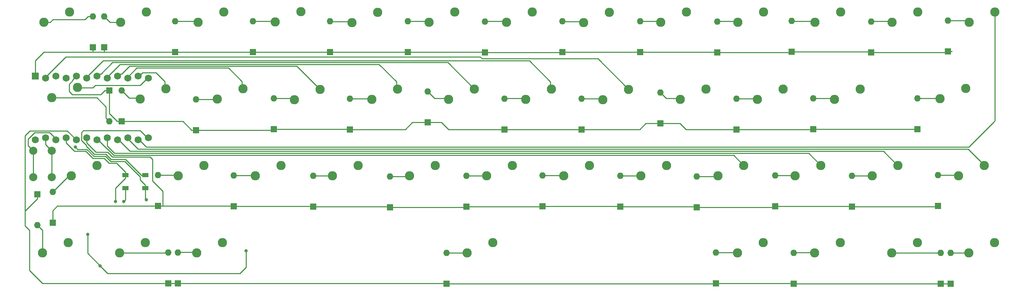
<source format=gtl>
G04 #@! TF.GenerationSoftware,KiCad,Pcbnew,(5.0.2)-1*
G04 #@! TF.CreationDate,2019-02-11T11:16:12-05:00*
G04 #@! TF.ProjectId,TG4x,54473478-2e6b-4696-9361-645f70636258,rev?*
G04 #@! TF.SameCoordinates,Original*
G04 #@! TF.FileFunction,Copper,L1,Top*
G04 #@! TF.FilePolarity,Positive*
%FSLAX46Y46*%
G04 Gerber Fmt 4.6, Leading zero omitted, Abs format (unit mm)*
G04 Created by KiCad (PCBNEW (5.0.2)-1) date 2/11/2019 11:16:12 AM*
%MOMM*%
%LPD*%
G01*
G04 APERTURE LIST*
G04 #@! TA.AperFunction,ComponentPad*
%ADD10C,2.000000*%
G04 #@! TD*
G04 #@! TA.AperFunction,ComponentPad*
%ADD11R,1.752600X1.752600*%
G04 #@! TD*
G04 #@! TA.AperFunction,ComponentPad*
%ADD12C,1.752600*%
G04 #@! TD*
G04 #@! TA.AperFunction,ComponentPad*
%ADD13C,2.286000*%
G04 #@! TD*
G04 #@! TA.AperFunction,ComponentPad*
%ADD14R,1.600000X1.600000*%
G04 #@! TD*
G04 #@! TA.AperFunction,ComponentPad*
%ADD15O,1.600000X1.600000*%
G04 #@! TD*
G04 #@! TA.AperFunction,SMDPad,CuDef*
%ADD16R,1.500000X1.000000*%
G04 #@! TD*
G04 #@! TA.AperFunction,ViaPad*
%ADD17C,0.800000*%
G04 #@! TD*
G04 #@! TA.AperFunction,Conductor*
%ADD18C,0.250000*%
G04 #@! TD*
G04 APERTURE END LIST*
D10*
G04 #@! TO.P,SW46,2*
G04 #@! TO.N,Net-(SW46-Pad2)*
X28520000Y-77914500D03*
G04 #@! TO.P,SW46,1*
G04 #@! TO.N,Net-(D46-Pad3)*
X33020000Y-77914500D03*
G04 #@! TO.P,SW46,2*
G04 #@! TO.N,Net-(SW46-Pad2)*
X28520000Y-84414500D03*
G04 #@! TO.P,SW46,1*
G04 #@! TO.N,Net-(D46-Pad3)*
X33020000Y-84414500D03*
G04 #@! TD*
D11*
G04 #@! TO.P,U1,1*
G04 #@! TO.N,Net-(D1-Pad1)*
X28956000Y-59461400D03*
D12*
G04 #@! TO.P,U1,2*
G04 #@! TO.N,Net-(SW26-Pad1)*
X31496000Y-59918600D03*
G04 #@! TO.P,U1,3*
G04 #@! TO.N,Net-(U1-Pad3)*
X34036000Y-59461400D03*
G04 #@! TO.P,U1,4*
G04 #@! TO.N,Net-(U1-Pad4)*
X36576000Y-59918600D03*
G04 #@! TO.P,U1,5*
G04 #@! TO.N,Net-(D11-Pad1)*
X39116000Y-59461400D03*
G04 #@! TO.P,U1,6*
G04 #@! TO.N,Net-(SW23-Pad1)*
X41656000Y-59918600D03*
G04 #@! TO.P,U1,7*
G04 #@! TO.N,Net-(SW19-Pad1)*
X44196000Y-59461400D03*
G04 #@! TO.P,U1,8*
G04 #@! TO.N,Net-(SW16-Pad1)*
X46736000Y-59918600D03*
G04 #@! TO.P,U1,9*
G04 #@! TO.N,Net-(SW13-Pad1)*
X49276000Y-59461400D03*
G04 #@! TO.P,U1,10*
G04 #@! TO.N,Net-(SW10-Pad1)*
X51816000Y-59918600D03*
G04 #@! TO.P,U1,11*
G04 #@! TO.N,Net-(SW5-Pad1)*
X54356000Y-59461400D03*
G04 #@! TO.P,U1,13*
G04 #@! TO.N,Net-(D46-Pad4)*
X56896000Y-74701400D03*
G04 #@! TO.P,U1,14*
G04 #@! TO.N,Net-(SW45-Pad1)*
X54356000Y-75158600D03*
G04 #@! TO.P,U1,15*
G04 #@! TO.N,Net-(SW41-Pad1)*
X51816000Y-74701400D03*
G04 #@! TO.P,U1,16*
G04 #@! TO.N,Net-(SW37-Pad1)*
X49276000Y-75158600D03*
G04 #@! TO.P,U1,17*
G04 #@! TO.N,Net-(SW33-Pad1)*
X46736000Y-74701400D03*
G04 #@! TO.P,U1,18*
G04 #@! TO.N,Net-(SW29-Pad1)*
X44196000Y-75158600D03*
G04 #@! TO.P,U1,19*
G04 #@! TO.N,Net-(D12-Pad1)*
X41656000Y-74701400D03*
G04 #@! TO.P,U1,20*
G04 #@! TO.N,Net-(D10-Pad1)*
X39116000Y-75158600D03*
G04 #@! TO.P,U1,21*
G04 #@! TO.N,Net-(D46-Pad1)*
X36576000Y-74701400D03*
G04 #@! TO.P,U1,22*
G04 #@! TO.N,Net-(SW46-Pad2)*
X34036000Y-75158600D03*
G04 #@! TO.P,U1,23*
G04 #@! TO.N,Net-(D46-Pad3)*
X31496000Y-74701400D03*
G04 #@! TO.P,U1,12*
G04 #@! TO.N,Net-(SW1-Pad1)*
X56896000Y-59918600D03*
G04 #@! TO.P,U1,24*
G04 #@! TO.N,Net-(U1-Pad24)*
X28956000Y-75158600D03*
G04 #@! TD*
D13*
G04 #@! TO.P,SW22,1*
G04 #@! TO.N,Net-(SW19-Pad1)*
X141986000Y-100584000D03*
G04 #@! TO.P,SW22,2*
G04 #@! TO.N,Net-(D22-Pad2)*
X135636000Y-103124000D03*
G04 #@! TD*
G04 #@! TO.P,SW11,1*
G04 #@! TO.N,Net-(SW10-Pad1)*
X80314800Y-62560200D03*
G04 #@! TO.P,SW11,2*
G04 #@! TO.N,Net-(D11-Pad2)*
X73964800Y-65100200D03*
G04 #@! TD*
G04 #@! TO.P,SW8,1*
G04 #@! TO.N,Net-(SW5-Pad1)*
X70612000Y-81534000D03*
G04 #@! TO.P,SW8,2*
G04 #@! TO.N,Net-(D8-Pad2)*
X64262000Y-84074000D03*
G04 #@! TD*
G04 #@! TO.P,SW7,1*
G04 #@! TO.N,Net-(SW5-Pad1)*
X61239400Y-62560200D03*
G04 #@! TO.P,SW7,2*
G04 #@! TO.N,Net-(D7-Pad2)*
X54889400Y-65100200D03*
G04 #@! TD*
G04 #@! TO.P,SW43,1*
G04 #@! TO.N,Net-(SW41-Pad1)*
X263398000Y-81534000D03*
G04 #@! TO.P,SW43,2*
G04 #@! TO.N,Net-(D43-Pad2)*
X257048000Y-84074000D03*
G04 #@! TD*
G04 #@! TO.P,SW42,1*
G04 #@! TO.N,Net-(SW41-Pad1)*
X258826000Y-62484000D03*
G04 #@! TO.P,SW42,2*
G04 #@! TO.N,Net-(D42-Pad2)*
X252476000Y-65024000D03*
G04 #@! TD*
G04 #@! TO.P,SW3,1*
G04 #@! TO.N,Net-(SW1-Pad1)*
X39370000Y-62230000D03*
G04 #@! TO.P,SW3,2*
G04 #@! TO.N,Net-(D3-Pad2)*
X33020000Y-64770000D03*
G04 #@! TD*
G04 #@! TO.P,SW4,2*
G04 #@! TO.N,Net-(D4-Pad2)*
X37846000Y-84074000D03*
G04 #@! TO.P,SW4,1*
G04 #@! TO.N,Net-(SW1-Pad1)*
X44196000Y-81534000D03*
G04 #@! TD*
G04 #@! TO.P,SW30,1*
G04 #@! TO.N,Net-(SW29-Pad1)*
X194640200Y-62661800D03*
G04 #@! TO.P,SW30,2*
G04 #@! TO.N,Net-(D30-Pad2)*
X188290200Y-65201800D03*
G04 #@! TD*
G04 #@! TO.P,SW12,1*
G04 #@! TO.N,Net-(SW10-Pad1)*
X89662000Y-81534000D03*
G04 #@! TO.P,SW12,2*
G04 #@! TO.N,Net-(D12-Pad2)*
X83312000Y-84074000D03*
G04 #@! TD*
G04 #@! TO.P,SW38,1*
G04 #@! TO.N,Net-(SW37-Pad1)*
X232740200Y-62661800D03*
G04 #@! TO.P,SW38,2*
G04 #@! TO.N,Net-(D38-Pad2)*
X226390200Y-65201800D03*
G04 #@! TD*
G04 #@! TO.P,SW2,1*
G04 #@! TO.N,Net-(SW1-Pad1)*
X37084000Y-100584000D03*
G04 #@! TO.P,SW2,2*
G04 #@! TO.N,Net-(D2-Pad2)*
X30734000Y-103124000D03*
G04 #@! TD*
G04 #@! TO.P,SW37,1*
G04 #@! TO.N,Net-(SW37-Pad1)*
X227965000Y-43586400D03*
G04 #@! TO.P,SW37,2*
G04 #@! TO.N,Net-(D37-Pad2)*
X221615000Y-46126400D03*
G04 #@! TD*
G04 #@! TO.P,SW20,1*
G04 #@! TO.N,Net-(SW19-Pad1)*
X137464800Y-62636400D03*
G04 #@! TO.P,SW20,2*
G04 #@! TO.N,Net-(D20-Pad2)*
X131114800Y-65176400D03*
G04 #@! TD*
G04 #@! TO.P,SW15,1*
G04 #@! TO.N,Net-(SW13-Pad1)*
X108712000Y-81534000D03*
G04 #@! TO.P,SW15,2*
G04 #@! TO.N,Net-(D15-Pad2)*
X102362000Y-84074000D03*
G04 #@! TD*
G04 #@! TO.P,SW14,1*
G04 #@! TO.N,Net-(SW13-Pad1)*
X99364800Y-62712600D03*
G04 #@! TO.P,SW14,2*
G04 #@! TO.N,Net-(D14-Pad2)*
X93014800Y-65252600D03*
G04 #@! TD*
G04 #@! TO.P,SW18,1*
G04 #@! TO.N,Net-(SW16-Pad1)*
X127762000Y-81534000D03*
G04 #@! TO.P,SW18,2*
G04 #@! TO.N,Net-(D18-Pad2)*
X121412000Y-84074000D03*
G04 #@! TD*
G04 #@! TO.P,SW21,1*
G04 #@! TO.N,Net-(SW19-Pad1)*
X146812000Y-81534000D03*
G04 #@! TO.P,SW21,2*
G04 #@! TO.N,Net-(D21-Pad2)*
X140462000Y-84074000D03*
G04 #@! TD*
G04 #@! TO.P,SW36,1*
G04 #@! TO.N,Net-(SW33-Pad1)*
X227838000Y-100584000D03*
G04 #@! TO.P,SW36,2*
G04 #@! TO.N,Net-(D36-Pad2)*
X221488000Y-103124000D03*
G04 #@! TD*
G04 #@! TO.P,SW19,1*
G04 #@! TO.N,Net-(SW19-Pad1)*
X132638800Y-43561000D03*
G04 #@! TO.P,SW19,2*
G04 #@! TO.N,Net-(D19-Pad2)*
X126288800Y-46101000D03*
G04 #@! TD*
G04 #@! TO.P,SW27,1*
G04 #@! TO.N,Net-(SW26-Pad1)*
X175564800Y-62687200D03*
G04 #@! TO.P,SW27,2*
G04 #@! TO.N,Net-(D27-Pad2)*
X169214800Y-65227200D03*
G04 #@! TD*
G04 #@! TO.P,SW40,1*
G04 #@! TO.N,Net-(SW37-Pad1)*
X246888000Y-100584000D03*
G04 #@! TO.P,SW40,2*
G04 #@! TO.N,Net-(D40-Pad2)*
X240538000Y-103124000D03*
G04 #@! TD*
G04 #@! TO.P,SW33,1*
G04 #@! TO.N,Net-(SW33-Pad1)*
X208915000Y-43586400D03*
G04 #@! TO.P,SW33,2*
G04 #@! TO.N,Net-(D33-Pad2)*
X202565000Y-46126400D03*
G04 #@! TD*
G04 #@! TO.P,SW9,1*
G04 #@! TO.N,Net-(SW10-Pad1)*
X75565000Y-43611800D03*
G04 #@! TO.P,SW9,2*
G04 #@! TO.N,Net-(D9-Pad2)*
X69215000Y-46151800D03*
G04 #@! TD*
G04 #@! TO.P,SW32,1*
G04 #@! TO.N,Net-(SW29-Pad1)*
X208788000Y-100584000D03*
G04 #@! TO.P,SW32,2*
G04 #@! TO.N,Net-(D32-Pad2)*
X202438000Y-103124000D03*
G04 #@! TD*
G04 #@! TO.P,SW17,1*
G04 #@! TO.N,Net-(SW16-Pad1)*
X118440200Y-62611000D03*
G04 #@! TO.P,SW17,2*
G04 #@! TO.N,Net-(D17-Pad2)*
X112090200Y-65151000D03*
G04 #@! TD*
G04 #@! TO.P,SW31,1*
G04 #@! TO.N,Net-(SW29-Pad1)*
X203962000Y-81534000D03*
G04 #@! TO.P,SW31,2*
G04 #@! TO.N,Net-(D31-Pad2)*
X197612000Y-84074000D03*
G04 #@! TD*
G04 #@! TO.P,SW16,1*
G04 #@! TO.N,Net-(SW16-Pad1)*
X113588800Y-43637200D03*
G04 #@! TO.P,SW16,2*
G04 #@! TO.N,Net-(D16-Pad2)*
X107238800Y-46177200D03*
G04 #@! TD*
G04 #@! TO.P,SW28,1*
G04 #@! TO.N,Net-(SW26-Pad1)*
X184912000Y-81534000D03*
G04 #@! TO.P,SW28,2*
G04 #@! TO.N,Net-(D28-Pad2)*
X178562000Y-84074000D03*
G04 #@! TD*
G04 #@! TO.P,SW10,1*
G04 #@! TO.N,Net-(SW10-Pad1)*
X75184000Y-100584000D03*
G04 #@! TO.P,SW10,2*
G04 #@! TO.N,Net-(D10-Pad2)*
X68834000Y-103124000D03*
G04 #@! TD*
G04 #@! TO.P,SW35,1*
G04 #@! TO.N,Net-(SW33-Pad1)*
X223012000Y-81534000D03*
G04 #@! TO.P,SW35,2*
G04 #@! TO.N,Net-(D35-Pad2)*
X216662000Y-84074000D03*
G04 #@! TD*
G04 #@! TO.P,SW24,1*
G04 #@! TO.N,Net-(SW23-Pad1)*
X156514800Y-62661800D03*
G04 #@! TO.P,SW24,2*
G04 #@! TO.N,Net-(D24-Pad2)*
X150164800Y-65201800D03*
G04 #@! TD*
G04 #@! TO.P,SW5,1*
G04 #@! TO.N,Net-(SW5-Pad1)*
X56438800Y-43611800D03*
G04 #@! TO.P,SW5,2*
G04 #@! TO.N,Net-(D5-Pad2)*
X50088800Y-46151800D03*
G04 #@! TD*
G04 #@! TO.P,SW13,1*
G04 #@! TO.N,Net-(SW13-Pad1)*
X94615000Y-43484800D03*
G04 #@! TO.P,SW13,2*
G04 #@! TO.N,Net-(D13-Pad2)*
X88265000Y-46024800D03*
G04 #@! TD*
G04 #@! TO.P,SW1,1*
G04 #@! TO.N,Net-(SW1-Pad1)*
X37414200Y-43561000D03*
G04 #@! TO.P,SW1,2*
G04 #@! TO.N,Net-(D1-Pad2)*
X31064200Y-46101000D03*
G04 #@! TD*
G04 #@! TO.P,SW26,1*
G04 #@! TO.N,Net-(SW26-Pad1)*
X170840400Y-43637200D03*
G04 #@! TO.P,SW26,2*
G04 #@! TO.N,Net-(D26-Pad2)*
X164490400Y-46177200D03*
G04 #@! TD*
G04 #@! TO.P,SW29,1*
G04 #@! TO.N,Net-(SW29-Pad1)*
X189839600Y-43561000D03*
G04 #@! TO.P,SW29,2*
G04 #@! TO.N,Net-(D29-Pad2)*
X183489600Y-46101000D03*
G04 #@! TD*
G04 #@! TO.P,SW41,1*
G04 #@! TO.N,Net-(SW41-Pad1)*
X247015000Y-43611800D03*
G04 #@! TO.P,SW41,2*
G04 #@! TO.N,Net-(D41-Pad2)*
X240665000Y-46151800D03*
G04 #@! TD*
G04 #@! TO.P,SW23,1*
G04 #@! TO.N,Net-(SW23-Pad1)*
X151739600Y-43586400D03*
G04 #@! TO.P,SW23,2*
G04 #@! TO.N,Net-(D23-Pad2)*
X145389600Y-46126400D03*
G04 #@! TD*
G04 #@! TO.P,SW25,1*
G04 #@! TO.N,Net-(SW23-Pad1)*
X165862000Y-81534000D03*
G04 #@! TO.P,SW25,2*
G04 #@! TO.N,Net-(D25-Pad2)*
X159512000Y-84074000D03*
G04 #@! TD*
G04 #@! TO.P,SW34,1*
G04 #@! TO.N,Net-(SW33-Pad1)*
X213690200Y-62611000D03*
G04 #@! TO.P,SW34,2*
G04 #@! TO.N,Net-(D34-Pad2)*
X207340200Y-65151000D03*
G04 #@! TD*
G04 #@! TO.P,SW39,1*
G04 #@! TO.N,Net-(SW37-Pad1)*
X242062000Y-81534000D03*
G04 #@! TO.P,SW39,2*
G04 #@! TO.N,Net-(D39-Pad2)*
X235712000Y-84074000D03*
G04 #@! TD*
G04 #@! TO.P,SW45,1*
G04 #@! TO.N,Net-(SW45-Pad1)*
X266090400Y-43611800D03*
G04 #@! TO.P,SW45,2*
G04 #@! TO.N,Net-(D45-Pad2)*
X259740400Y-46151800D03*
G04 #@! TD*
G04 #@! TO.P,SW44,1*
G04 #@! TO.N,Net-(SW41-Pad1)*
X265938000Y-100584000D03*
G04 #@! TO.P,SW44,2*
G04 #@! TO.N,Net-(D44-Pad2)*
X259588000Y-103124000D03*
G04 #@! TD*
G04 #@! TO.P,SW6,1*
G04 #@! TO.N,Net-(SW5-Pad1)*
X56134000Y-100584000D03*
G04 #@! TO.P,SW6,2*
G04 #@! TO.N,Net-(D6-Pad2)*
X49784000Y-103124000D03*
G04 #@! TD*
D14*
G04 #@! TO.P,D7,1*
G04 #@! TO.N,Net-(D11-Pad1)*
X50292000Y-70612000D03*
D15*
G04 #@! TO.P,D7,2*
G04 #@! TO.N,Net-(D7-Pad2)*
X50292000Y-62992000D03*
G04 #@! TD*
G04 #@! TO.P,D39,2*
G04 #@! TO.N,Net-(D39-Pad2)*
X230733600Y-84099400D03*
D14*
G04 #@! TO.P,D39,1*
G04 #@! TO.N,Net-(D12-Pad1)*
X230733600Y-91719400D03*
G04 #@! TD*
G04 #@! TO.P,D1,1*
G04 #@! TO.N,Net-(D1-Pad1)*
X43180000Y-52324000D03*
D15*
G04 #@! TO.P,D1,2*
G04 #@! TO.N,Net-(D1-Pad2)*
X43180000Y-44704000D03*
G04 #@! TD*
D14*
G04 #@! TO.P,D6,1*
G04 #@! TO.N,Net-(D10-Pad1)*
X61849000Y-110617000D03*
D15*
G04 #@! TO.P,D6,2*
G04 #@! TO.N,Net-(D6-Pad2)*
X61849000Y-102997000D03*
G04 #@! TD*
D14*
G04 #@! TO.P,D8,1*
G04 #@! TO.N,Net-(D12-Pad1)*
X59258200Y-91541600D03*
D15*
G04 #@! TO.P,D8,2*
G04 #@! TO.N,Net-(D8-Pad2)*
X59258200Y-83921600D03*
G04 #@! TD*
G04 #@! TO.P,D10,2*
G04 #@! TO.N,Net-(D10-Pad2)*
X64236600Y-102997000D03*
D14*
G04 #@! TO.P,D10,1*
G04 #@! TO.N,Net-(D10-Pad1)*
X64236600Y-110617000D03*
G04 #@! TD*
D15*
G04 #@! TO.P,D2,2*
G04 #@! TO.N,Net-(D2-Pad2)*
X29464000Y-96266000D03*
D14*
G04 #@! TO.P,D2,1*
G04 #@! TO.N,Net-(D10-Pad1)*
X29464000Y-88646000D03*
G04 #@! TD*
D15*
G04 #@! TO.P,D43,2*
G04 #@! TO.N,Net-(D43-Pad2)*
X251993400Y-83921600D03*
D14*
G04 #@! TO.P,D43,1*
G04 #@! TO.N,Net-(D12-Pad1)*
X251993400Y-91541600D03*
G04 #@! TD*
D15*
G04 #@! TO.P,D42,2*
G04 #@! TO.N,Net-(D42-Pad2)*
X246913400Y-64947800D03*
D14*
G04 #@! TO.P,D42,1*
G04 #@! TO.N,Net-(D11-Pad1)*
X246913400Y-72567800D03*
G04 #@! TD*
G04 #@! TO.P,D38,1*
G04 #@! TO.N,Net-(D11-Pad1)*
X221183200Y-72567800D03*
D15*
G04 #@! TO.P,D38,2*
G04 #@! TO.N,Net-(D38-Pad2)*
X221183200Y-64947800D03*
G04 #@! TD*
D14*
G04 #@! TO.P,D4,1*
G04 #@! TO.N,Net-(D12-Pad1)*
X33274000Y-95694500D03*
D15*
G04 #@! TO.P,D4,2*
G04 #@! TO.N,Net-(D4-Pad2)*
X33274000Y-88074500D03*
G04 #@! TD*
G04 #@! TO.P,D5,2*
G04 #@! TO.N,Net-(D5-Pad2)*
X45974000Y-44704000D03*
D14*
G04 #@! TO.P,D5,1*
G04 #@! TO.N,Net-(D1-Pad1)*
X45974000Y-52324000D03*
G04 #@! TD*
D15*
G04 #@! TO.P,D3,2*
G04 #@! TO.N,Net-(D3-Pad2)*
X47244000Y-70612000D03*
D14*
G04 #@! TO.P,D3,1*
G04 #@! TO.N,Net-(D11-Pad1)*
X47244000Y-62992000D03*
G04 #@! TD*
G04 #@! TO.P,D9,1*
G04 #@! TO.N,Net-(D1-Pad1)*
X63500000Y-53467000D03*
D15*
G04 #@! TO.P,D9,2*
G04 #@! TO.N,Net-(D9-Pad2)*
X63500000Y-45847000D03*
G04 #@! TD*
G04 #@! TO.P,D11,2*
G04 #@! TO.N,Net-(D11-Pad2)*
X68681600Y-65176400D03*
D14*
G04 #@! TO.P,D11,1*
G04 #@! TO.N,Net-(D11-Pad1)*
X68681600Y-72796400D03*
G04 #@! TD*
G04 #@! TO.P,D13,1*
G04 #@! TO.N,Net-(D1-Pad1)*
X82727800Y-53467000D03*
D15*
G04 #@! TO.P,D13,2*
G04 #@! TO.N,Net-(D13-Pad2)*
X82727800Y-45847000D03*
G04 #@! TD*
D14*
G04 #@! TO.P,D15,1*
G04 #@! TO.N,Net-(D12-Pad1)*
X97637600Y-91643200D03*
D15*
G04 #@! TO.P,D15,2*
G04 #@! TO.N,Net-(D15-Pad2)*
X97637600Y-84023200D03*
G04 #@! TD*
G04 #@! TO.P,D16,2*
G04 #@! TO.N,Net-(D16-Pad2)*
X101828600Y-45897800D03*
D14*
G04 #@! TO.P,D16,1*
G04 #@! TO.N,Net-(D1-Pad1)*
X101828600Y-53517800D03*
G04 #@! TD*
G04 #@! TO.P,D17,1*
G04 #@! TO.N,Net-(D11-Pad1)*
X106705400Y-72593200D03*
D15*
G04 #@! TO.P,D17,2*
G04 #@! TO.N,Net-(D17-Pad2)*
X106705400Y-64973200D03*
G04 #@! TD*
G04 #@! TO.P,D18,2*
G04 #@! TO.N,Net-(D18-Pad2)*
X116636800Y-84251800D03*
D14*
G04 #@! TO.P,D18,1*
G04 #@! TO.N,Net-(D12-Pad1)*
X116636800Y-91871800D03*
G04 #@! TD*
G04 #@! TO.P,D19,1*
G04 #@! TO.N,Net-(D1-Pad1)*
X121005600Y-53492400D03*
D15*
G04 #@! TO.P,D19,2*
G04 #@! TO.N,Net-(D19-Pad2)*
X121005600Y-45872400D03*
G04 #@! TD*
G04 #@! TO.P,D22,2*
G04 #@! TO.N,Net-(D22-Pad2)*
X130556000Y-103124000D03*
D14*
G04 #@! TO.P,D22,1*
G04 #@! TO.N,Net-(D10-Pad1)*
X130556000Y-110744000D03*
G04 #@! TD*
D15*
G04 #@! TO.P,D12,2*
G04 #@! TO.N,Net-(D12-Pad2)*
X78003400Y-83997800D03*
D14*
G04 #@! TO.P,D12,1*
G04 #@! TO.N,Net-(D12-Pad1)*
X78003400Y-91617800D03*
G04 #@! TD*
G04 #@! TO.P,D23,1*
G04 #@! TO.N,Net-(D1-Pad1)*
X140030200Y-53594000D03*
D15*
G04 #@! TO.P,D23,2*
G04 #@! TO.N,Net-(D23-Pad2)*
X140030200Y-45974000D03*
G04 #@! TD*
G04 #@! TO.P,D14,2*
G04 #@! TO.N,Net-(D14-Pad2)*
X87884000Y-64922400D03*
D14*
G04 #@! TO.P,D14,1*
G04 #@! TO.N,Net-(D11-Pad1)*
X87884000Y-72542400D03*
G04 #@! TD*
G04 #@! TO.P,D25,1*
G04 #@! TO.N,Net-(D12-Pad1)*
X154305000Y-91617800D03*
D15*
G04 #@! TO.P,D25,2*
G04 #@! TO.N,Net-(D25-Pad2)*
X154305000Y-83997800D03*
G04 #@! TD*
G04 #@! TO.P,D26,2*
G04 #@! TO.N,Net-(D26-Pad2)*
X159232600Y-45897800D03*
D14*
G04 #@! TO.P,D26,1*
G04 #@! TO.N,Net-(D1-Pad1)*
X159232600Y-53517800D03*
G04 #@! TD*
D15*
G04 #@! TO.P,D20,2*
G04 #@! TO.N,Net-(D20-Pad2)*
X125933200Y-63246000D03*
D14*
G04 #@! TO.P,D20,1*
G04 #@! TO.N,Net-(D11-Pad1)*
X125933200Y-70866000D03*
G04 #@! TD*
G04 #@! TO.P,D21,1*
G04 #@! TO.N,Net-(D12-Pad1)*
X135509000Y-91694000D03*
D15*
G04 #@! TO.P,D21,2*
G04 #@! TO.N,Net-(D21-Pad2)*
X135509000Y-84074000D03*
G04 #@! TD*
D14*
G04 #@! TO.P,D27,1*
G04 #@! TO.N,Net-(D11-Pad1)*
X163931600Y-72618600D03*
D15*
G04 #@! TO.P,D27,2*
G04 #@! TO.N,Net-(D27-Pad2)*
X163931600Y-64998600D03*
G04 #@! TD*
G04 #@! TO.P,D28,2*
G04 #@! TO.N,Net-(D28-Pad2)*
X173507400Y-84074000D03*
D14*
G04 #@! TO.P,D28,1*
G04 #@! TO.N,Net-(D12-Pad1)*
X173507400Y-91694000D03*
G04 #@! TD*
D15*
G04 #@! TO.P,D24,2*
G04 #@! TO.N,Net-(D24-Pad2)*
X144856200Y-64973200D03*
D14*
G04 #@! TO.P,D24,1*
G04 #@! TO.N,Net-(D11-Pad1)*
X144856200Y-72593200D03*
G04 #@! TD*
D15*
G04 #@! TO.P,D36,2*
G04 #@! TO.N,Net-(D36-Pad2)*
X216331800Y-103124000D03*
D14*
G04 #@! TO.P,D36,1*
G04 #@! TO.N,Net-(D10-Pad1)*
X216331800Y-110744000D03*
G04 #@! TD*
G04 #@! TO.P,D37,1*
G04 #@! TO.N,Net-(D1-Pad1)*
X215849200Y-53390800D03*
D15*
G04 #@! TO.P,D37,2*
G04 #@! TO.N,Net-(D37-Pad2)*
X215849200Y-45770800D03*
G04 #@! TD*
D14*
G04 #@! TO.P,D31,1*
G04 #@! TO.N,Net-(D12-Pad1)*
X192405000Y-91871800D03*
D15*
G04 #@! TO.P,D31,2*
G04 #@! TO.N,Net-(D31-Pad2)*
X192405000Y-84251800D03*
G04 #@! TD*
D14*
G04 #@! TO.P,D29,1*
G04 #@! TO.N,Net-(D1-Pad1)*
X178460400Y-53492400D03*
D15*
G04 #@! TO.P,D29,2*
G04 #@! TO.N,Net-(D29-Pad2)*
X178460400Y-45872400D03*
G04 #@! TD*
G04 #@! TO.P,D34,2*
G04 #@! TO.N,Net-(D34-Pad2)*
X202209400Y-64998600D03*
D14*
G04 #@! TO.P,D34,1*
G04 #@! TO.N,Net-(D11-Pad1)*
X202209400Y-72618600D03*
G04 #@! TD*
D15*
G04 #@! TO.P,D33,2*
G04 #@! TO.N,Net-(D33-Pad2)*
X197485000Y-45923200D03*
D14*
G04 #@! TO.P,D33,1*
G04 #@! TO.N,Net-(D1-Pad1)*
X197485000Y-53543200D03*
G04 #@! TD*
G04 #@! TO.P,D30,1*
G04 #@! TO.N,Net-(D11-Pad1)*
X183388000Y-71120000D03*
D15*
G04 #@! TO.P,D30,2*
G04 #@! TO.N,Net-(D30-Pad2)*
X183388000Y-63500000D03*
G04 #@! TD*
D14*
G04 #@! TO.P,D35,1*
G04 #@! TO.N,Net-(D12-Pad1)*
X211759800Y-91592400D03*
D15*
G04 #@! TO.P,D35,2*
G04 #@! TO.N,Net-(D35-Pad2)*
X211759800Y-83972400D03*
G04 #@! TD*
G04 #@! TO.P,D32,2*
G04 #@! TO.N,Net-(D32-Pad2)*
X197129400Y-102997000D03*
D14*
G04 #@! TO.P,D32,1*
G04 #@! TO.N,Net-(D10-Pad1)*
X197129400Y-110617000D03*
G04 #@! TD*
D16*
G04 #@! TO.P,D46,3*
G04 #@! TO.N,Net-(D46-Pad3)*
X56134000Y-87122000D03*
G04 #@! TO.P,D46,4*
G04 #@! TO.N,Net-(D46-Pad4)*
X56134000Y-83922000D03*
G04 #@! TO.P,D46,2*
G04 #@! TO.N,Net-(D46-Pad2)*
X51234000Y-87122000D03*
G04 #@! TO.P,D46,1*
G04 #@! TO.N,Net-(D46-Pad1)*
X51234000Y-83922000D03*
G04 #@! TD*
D14*
G04 #@! TO.P,D41,1*
G04 #@! TO.N,Net-(D1-Pad1)*
X235483400Y-53543200D03*
D15*
G04 #@! TO.P,D41,2*
G04 #@! TO.N,Net-(D41-Pad2)*
X235483400Y-45923200D03*
G04 #@! TD*
D14*
G04 #@! TO.P,D44,1*
G04 #@! TO.N,Net-(D10-Pad1)*
X255143000Y-110744000D03*
D15*
G04 #@! TO.P,D44,2*
G04 #@! TO.N,Net-(D44-Pad2)*
X255143000Y-103124000D03*
G04 #@! TD*
D14*
G04 #@! TO.P,D45,1*
G04 #@! TO.N,Net-(D1-Pad1)*
X254457200Y-53365400D03*
D15*
G04 #@! TO.P,D45,2*
G04 #@! TO.N,Net-(D45-Pad2)*
X254457200Y-45745400D03*
G04 #@! TD*
G04 #@! TO.P,D40,2*
G04 #@! TO.N,Net-(D40-Pad2)*
X252666500Y-103124000D03*
D14*
G04 #@! TO.P,D40,1*
G04 #@! TO.N,Net-(D10-Pad1)*
X252666500Y-110744000D03*
G04 #@! TD*
D17*
G04 #@! TO.N,Net-(D46-Pad3)*
X56388000Y-90030000D03*
X38862000Y-76962000D03*
G04 #@! TO.N,Net-(D46-Pad2)*
X50800000Y-90424000D03*
G04 #@! TO.N,Net-(D46-Pad1)*
X81026000Y-102616000D03*
X44984500Y-106299000D03*
X48768000Y-90424000D03*
X41910000Y-98552000D03*
G04 #@! TD*
D18*
G04 #@! TO.N,Net-(D1-Pad1)*
X63423800Y-53543200D02*
X63500000Y-53467000D01*
X63500000Y-53467000D02*
X82727800Y-53467000D01*
X101777800Y-53467000D02*
X101828600Y-53517800D01*
X82727800Y-53467000D02*
X101777800Y-53467000D01*
X120980200Y-53517800D02*
X121005600Y-53492400D01*
X101828600Y-53517800D02*
X120980200Y-53517800D01*
X139928600Y-53492400D02*
X140030200Y-53594000D01*
X121005600Y-53492400D02*
X139928600Y-53492400D01*
X159156400Y-53594000D02*
X159232600Y-53517800D01*
X140030200Y-53594000D02*
X159156400Y-53594000D01*
X178435000Y-53517800D02*
X178460400Y-53492400D01*
X159232600Y-53517800D02*
X178435000Y-53517800D01*
X197434200Y-53492400D02*
X197485000Y-53543200D01*
X178460400Y-53492400D02*
X197434200Y-53492400D01*
X215696800Y-53543200D02*
X215849200Y-53390800D01*
X197485000Y-53543200D02*
X215696800Y-53543200D01*
X215849200Y-53390800D02*
X235331000Y-53390800D01*
X255507200Y-53365400D02*
X254457200Y-53365400D01*
X235483400Y-53543200D02*
X254279400Y-53543200D01*
X254279400Y-53543200D02*
X254457200Y-53365400D01*
X235331000Y-53390800D02*
X235483400Y-53543200D01*
X45974000Y-53374000D02*
X45974000Y-52324000D01*
X46067000Y-53467000D02*
X45974000Y-53374000D01*
X63500000Y-53467000D02*
X46067000Y-53467000D01*
X31115000Y-53467000D02*
X28956000Y-55626000D01*
X28956000Y-59690000D02*
X28956000Y-55626000D01*
X43180000Y-52324000D02*
X43180000Y-53467000D01*
X46067000Y-53467000D02*
X43180000Y-53467000D01*
X43180000Y-53467000D02*
X31115000Y-53467000D01*
G04 #@! TO.N,Net-(D1-Pad2)*
X30505400Y-46151800D02*
X30810200Y-45847000D01*
X32680646Y-46101000D02*
X33315646Y-45466000D01*
X31064200Y-46101000D02*
X32680646Y-46101000D01*
X42048630Y-44704000D02*
X43180000Y-44704000D01*
X41286630Y-45466000D02*
X42048630Y-44704000D01*
X33315646Y-45466000D02*
X41286630Y-45466000D01*
G04 #@! TO.N,Net-(D10-Pad1)*
X197053200Y-110693200D02*
X197129400Y-110617000D01*
X216204800Y-110617000D02*
X216331800Y-110744000D01*
X197129400Y-110617000D02*
X216204800Y-110617000D01*
X217381800Y-110744000D02*
X235458000Y-110744000D01*
X216331800Y-110744000D02*
X217381800Y-110744000D01*
X254508000Y-110744000D02*
X254635000Y-110617000D01*
X235458000Y-110744000D02*
X254508000Y-110744000D01*
X130429000Y-110617000D02*
X130556000Y-110744000D01*
X64236600Y-110617000D02*
X130429000Y-110617000D01*
X197002400Y-110744000D02*
X197129400Y-110617000D01*
X130556000Y-110744000D02*
X197002400Y-110744000D01*
X26416000Y-96427000D02*
X26416000Y-95377000D01*
X27541001Y-97552001D02*
X26416000Y-96427000D01*
X26416000Y-74148109D02*
X26924000Y-73640109D01*
X26416000Y-95377000D02*
X26416000Y-74148109D01*
X27622500Y-72941609D02*
X26924000Y-73640109D01*
X26924000Y-73640109D02*
X26727990Y-73836119D01*
X64236600Y-110617000D02*
X61849000Y-110617000D01*
X27541001Y-103378000D02*
X27541001Y-107424001D01*
X27541001Y-103378000D02*
X27541001Y-97552001D01*
X27541001Y-103537001D02*
X27541001Y-103378000D01*
X30734000Y-110617000D02*
X32893000Y-110617000D01*
X27541001Y-107424001D02*
X30734000Y-110617000D01*
X61849000Y-110617000D02*
X32893000Y-110617000D01*
X32893000Y-110617000D02*
X32603998Y-110617000D01*
X26416000Y-92744000D02*
X26416000Y-96427000D01*
X29464000Y-89696000D02*
X26416000Y-92744000D01*
X29464000Y-88646000D02*
X29464000Y-89696000D01*
X36899009Y-72941609D02*
X39116000Y-75158600D01*
X27622500Y-72941609D02*
X36899009Y-72941609D01*
G04 #@! TO.N,Net-(D2-Pad2)*
X30734000Y-97536000D02*
X29464000Y-96266000D01*
X30734000Y-103124000D02*
X30734000Y-97536000D01*
G04 #@! TO.N,Net-(D3-Pad2)*
X33172400Y-64871600D02*
X33197800Y-64846200D01*
X46444001Y-69812001D02*
X46444001Y-67018001D01*
X47244000Y-70612000D02*
X46444001Y-69812001D01*
X44196000Y-64770000D02*
X33020000Y-64770000D01*
X46444001Y-67018001D02*
X44196000Y-64770000D01*
G04 #@! TO.N,Net-(D11-Pad1)*
X68351400Y-72466200D02*
X68681600Y-72796400D01*
X87630000Y-72796400D02*
X87884000Y-72542400D01*
X68681600Y-72796400D02*
X87630000Y-72796400D01*
X106654600Y-72542400D02*
X106705400Y-72593200D01*
X87884000Y-72542400D02*
X106654600Y-72542400D01*
X144830800Y-72618600D02*
X144856200Y-72593200D01*
X163906200Y-72593200D02*
X163931600Y-72618600D01*
X144856200Y-72593200D02*
X163906200Y-72593200D01*
X163931600Y-72618600D02*
X164981600Y-72618600D01*
X202209400Y-72618600D02*
X221132400Y-72618600D01*
X221183200Y-72567800D02*
X246913400Y-72567800D01*
X221132400Y-72618600D02*
X221183200Y-72567800D01*
X188239400Y-71120000D02*
X183388000Y-71120000D01*
X189738000Y-72618600D02*
X188239400Y-71120000D01*
X189738000Y-72618600D02*
X202209400Y-72618600D01*
X179806600Y-71120000D02*
X183388000Y-71120000D01*
X178308000Y-72618600D02*
X179806600Y-71120000D01*
X164981600Y-72618600D02*
X178308000Y-72618600D01*
X143806200Y-72593200D02*
X144856200Y-72593200D01*
X107755400Y-72593200D02*
X106705400Y-72593200D01*
X122123200Y-70866000D02*
X120396000Y-72593200D01*
X125933200Y-70866000D02*
X122123200Y-70866000D01*
X120396000Y-72593200D02*
X107755400Y-72593200D01*
X129336800Y-70866000D02*
X131064000Y-72593200D01*
X125933200Y-70866000D02*
X129336800Y-70866000D01*
X131064000Y-72593200D02*
X143806200Y-72593200D01*
X38239701Y-60337699D02*
X38239701Y-60566299D01*
X39116000Y-59461400D02*
X38239701Y-60337699D01*
X38239701Y-60566299D02*
X37338000Y-61468000D01*
X37338000Y-61468000D02*
X37338000Y-63246000D01*
X37338000Y-63246000D02*
X38100000Y-64008000D01*
X46194000Y-62992000D02*
X47244000Y-62992000D01*
X45178000Y-64008000D02*
X46194000Y-62992000D01*
X38100000Y-64008000D02*
X45178000Y-64008000D01*
X49242000Y-70612000D02*
X50292000Y-70612000D01*
X47244000Y-68614000D02*
X49242000Y-70612000D01*
X47244000Y-62992000D02*
X47244000Y-68614000D01*
X51342000Y-70612000D02*
X50292000Y-70612000D01*
X65447200Y-70612000D02*
X51342000Y-70612000D01*
X67631600Y-72796400D02*
X65447200Y-70612000D01*
X68681600Y-72796400D02*
X67631600Y-72796400D01*
G04 #@! TO.N,Net-(D4-Pad2)*
X37947600Y-83921600D02*
X37973000Y-83896200D01*
X37515800Y-83896200D02*
X37973000Y-83896200D01*
X37452300Y-83896200D02*
X37973000Y-83896200D01*
X33274000Y-88074500D02*
X37452300Y-83896200D01*
G04 #@! TO.N,Net-(D12-Pad1)*
X77927200Y-91541600D02*
X78003400Y-91617800D01*
X97612200Y-91617800D02*
X97637600Y-91643200D01*
X78003400Y-91617800D02*
X97612200Y-91617800D01*
X116408200Y-91643200D02*
X116636800Y-91871800D01*
X97637600Y-91643200D02*
X116408200Y-91643200D01*
X135331200Y-91871800D02*
X135509000Y-91694000D01*
X116636800Y-91871800D02*
X135331200Y-91871800D01*
X154228800Y-91694000D02*
X154305000Y-91617800D01*
X135509000Y-91694000D02*
X154228800Y-91694000D01*
X173431200Y-91617800D02*
X173507400Y-91694000D01*
X154305000Y-91617800D02*
X173431200Y-91617800D01*
X192227200Y-91694000D02*
X192405000Y-91871800D01*
X173507400Y-91694000D02*
X192227200Y-91694000D01*
X211480400Y-91871800D02*
X211759800Y-91592400D01*
X192405000Y-91871800D02*
X211480400Y-91871800D01*
X211759800Y-91592400D02*
X230606600Y-91592400D01*
X230606600Y-91592400D02*
X230733600Y-91719400D01*
X230733600Y-91719400D02*
X251815600Y-91719400D01*
X251815600Y-91719400D02*
X251993400Y-91541600D01*
X34408400Y-91541600D02*
X33274000Y-92676000D01*
X59258200Y-91541600D02*
X34408400Y-91541600D01*
X60452000Y-91541600D02*
X77927200Y-91541600D01*
X59258200Y-91541600D02*
X60452000Y-91541600D01*
X60452000Y-91541600D02*
X60452000Y-87884000D01*
X60452000Y-87884000D02*
X57912000Y-85344000D01*
X57912000Y-85344000D02*
X57912000Y-80010000D01*
X57912000Y-80010000D02*
X57346010Y-79444010D01*
X57346010Y-79444010D02*
X48073600Y-79444010D01*
X33274000Y-95694500D02*
X33274000Y-93281500D01*
X33274000Y-92676000D02*
X33274000Y-93281500D01*
X33274000Y-93281500D02*
X33274000Y-93726000D01*
X43947325Y-78232000D02*
X46861590Y-78232000D01*
X41656000Y-75940675D02*
X43947325Y-78232000D01*
X41656000Y-74701400D02*
X41656000Y-75940675D01*
X48073600Y-79444010D02*
X46861590Y-78232000D01*
G04 #@! TO.N,Net-(D5-Pad2)*
X47421800Y-46151800D02*
X45974000Y-44704000D01*
X50088800Y-46151800D02*
X47421800Y-46151800D01*
G04 #@! TO.N,Net-(D6-Pad2)*
X49784000Y-102997000D02*
X49847500Y-102933500D01*
X61722000Y-103124000D02*
X61849000Y-102997000D01*
X49784000Y-103124000D02*
X61722000Y-103124000D01*
G04 #@! TO.N,Net-(D7-Pad2)*
X52146200Y-64846200D02*
X54635400Y-64846200D01*
X50292000Y-62992000D02*
X52146200Y-64846200D01*
G04 #@! TO.N,Net-(D8-Pad2)*
X64109600Y-83921600D02*
X64160400Y-83870800D01*
X59258200Y-83921600D02*
X64109600Y-83921600D01*
G04 #@! TO.N,Net-(D9-Pad2)*
X63550800Y-45897800D02*
X63500000Y-45847000D01*
X68961000Y-45897800D02*
X63550800Y-45897800D01*
G04 #@! TO.N,Net-(D10-Pad2)*
X64287400Y-102946200D02*
X64236600Y-102997000D01*
X68910200Y-102946200D02*
X64287400Y-102946200D01*
G04 #@! TO.N,Net-(D11-Pad2)*
X73380600Y-65176400D02*
X73710800Y-64846200D01*
X68681600Y-65176400D02*
X73380600Y-65176400D01*
G04 #@! TO.N,Net-(D12-Pad2)*
X83134200Y-83997800D02*
X83235800Y-83896200D01*
X78003400Y-83997800D02*
X83134200Y-83997800D01*
G04 #@! TO.N,Net-(D13-Pad2)*
X87934800Y-45847000D02*
X88011000Y-45770800D01*
X82727800Y-45847000D02*
X87934800Y-45847000D01*
G04 #@! TO.N,Net-(D14-Pad2)*
X92684600Y-64922400D02*
X92760800Y-64998600D01*
X87884000Y-64922400D02*
X92684600Y-64922400D01*
G04 #@! TO.N,Net-(D15-Pad2)*
X102235000Y-84023200D02*
X102285800Y-83972400D01*
X97637600Y-84023200D02*
X102235000Y-84023200D01*
G04 #@! TO.N,Net-(D16-Pad2)*
X101854000Y-45923200D02*
X101828600Y-45897800D01*
X106984800Y-45923200D02*
X101854000Y-45923200D01*
G04 #@! TO.N,Net-(D17-Pad2)*
X111760000Y-64973200D02*
X111836200Y-64897000D01*
X106705400Y-64973200D02*
X111760000Y-64973200D01*
G04 #@! TO.N,Net-(D18-Pad2)*
X120929400Y-84251800D02*
X121310400Y-83870800D01*
X116636800Y-84251800D02*
X120929400Y-84251800D01*
G04 #@! TO.N,Net-(D19-Pad2)*
X121031000Y-45847000D02*
X121005600Y-45872400D01*
X126034800Y-45847000D02*
X121031000Y-45847000D01*
G04 #@! TO.N,Net-(D20-Pad2)*
X130784600Y-64998600D02*
X130860800Y-64922400D01*
X127609600Y-64922400D02*
X125933200Y-63246000D01*
X130860800Y-64922400D02*
X127609600Y-64922400D01*
G04 #@! TO.N,Net-(D21-Pad2)*
X140258800Y-84074000D02*
X140360400Y-83972400D01*
X135509000Y-84074000D02*
X140258800Y-84074000D01*
G04 #@! TO.N,Net-(D22-Pad2)*
X130606800Y-103073200D02*
X130556000Y-103124000D01*
X135128000Y-103073200D02*
X130606800Y-103073200D01*
G04 #@! TO.N,Net-(D23-Pad2)*
X140131800Y-45872400D02*
X140030200Y-45974000D01*
X145135600Y-45872400D02*
X140131800Y-45872400D01*
G04 #@! TO.N,Net-(D24-Pad2)*
X144881600Y-64947800D02*
X144856200Y-64973200D01*
X149910800Y-64947800D02*
X144881600Y-64947800D01*
G04 #@! TO.N,Net-(D25-Pad2)*
X159486600Y-83997800D02*
X159512000Y-83972400D01*
X154305000Y-83997800D02*
X159486600Y-83997800D01*
G04 #@! TO.N,Net-(D26-Pad2)*
X159258000Y-45923200D02*
X159232600Y-45897800D01*
X164236400Y-45923200D02*
X159258000Y-45923200D01*
G04 #@! TO.N,Net-(D27-Pad2)*
X168935400Y-64998600D02*
X168960800Y-64973200D01*
X163931600Y-64998600D02*
X168935400Y-64998600D01*
G04 #@! TO.N,Net-(D28-Pad2)*
X178485800Y-84074000D02*
X178562000Y-83997800D01*
X173507400Y-84074000D02*
X178485800Y-84074000D01*
G04 #@! TO.N,Net-(D29-Pad2)*
X178485800Y-45847000D02*
X178460400Y-45872400D01*
X183235600Y-45847000D02*
X178485800Y-45847000D01*
G04 #@! TO.N,Net-(D30-Pad2)*
X187985400Y-64998600D02*
X188036200Y-64947800D01*
X184835800Y-64947800D02*
X183388000Y-63500000D01*
X188036200Y-64947800D02*
X184835800Y-64947800D01*
G04 #@! TO.N,Net-(D31-Pad2)*
X197307200Y-84251800D02*
X197586600Y-83972400D01*
X192405000Y-84251800D02*
X197307200Y-84251800D01*
G04 #@! TO.N,Net-(D32-Pad2)*
X200755366Y-102997000D02*
X197129400Y-102997000D01*
X202311000Y-102997000D02*
X200755366Y-102997000D01*
G04 #@! TO.N,Net-(D33-Pad2)*
X197535800Y-45872400D02*
X197485000Y-45923200D01*
X202311000Y-45872400D02*
X197535800Y-45872400D01*
G04 #@! TO.N,Net-(D34-Pad2)*
X206984600Y-64998600D02*
X207086200Y-64897000D01*
X202209400Y-64998600D02*
X206984600Y-64998600D01*
G04 #@! TO.N,Net-(D35-Pad2)*
X216585800Y-83972400D02*
X216611200Y-83947000D01*
X211759800Y-83972400D02*
X216585800Y-83972400D01*
G04 #@! TO.N,Net-(D36-Pad2)*
X216408000Y-103047800D02*
X216331800Y-103124000D01*
X221310200Y-103047800D02*
X216408000Y-103047800D01*
G04 #@! TO.N,Net-(D37-Pad2)*
X215950800Y-45872400D02*
X215849200Y-45770800D01*
X221361000Y-45872400D02*
X215950800Y-45872400D01*
G04 #@! TO.N,Net-(D38-Pad2)*
X222314570Y-64947800D02*
X226136200Y-64947800D01*
X221183200Y-64947800D02*
X222314570Y-64947800D01*
G04 #@! TO.N,Net-(D39-Pad2)*
X230733600Y-84099400D02*
X235610400Y-84099400D01*
X235610400Y-84099400D02*
X235686600Y-84023200D01*
G04 #@! TO.N,Net-(D40-Pad2)*
X251535130Y-103124000D02*
X240538000Y-103124000D01*
X252666500Y-103124000D02*
X251535130Y-103124000D01*
G04 #@! TO.N,Net-(D41-Pad2)*
X235508800Y-45897800D02*
X235483400Y-45923200D01*
X240411000Y-45897800D02*
X235508800Y-45897800D01*
G04 #@! TO.N,Net-(D42-Pad2)*
X252298200Y-64947800D02*
X252323600Y-64922400D01*
X246913400Y-64947800D02*
X252298200Y-64947800D01*
G04 #@! TO.N,Net-(D43-Pad2)*
X251993400Y-83921600D02*
X257048000Y-83921600D01*
X257048000Y-83921600D02*
X257073400Y-83947000D01*
G04 #@! TO.N,Net-(D44-Pad2)*
X254660400Y-103022400D02*
X254635000Y-102997000D01*
X259588000Y-103124000D02*
X255143000Y-103124000D01*
G04 #@! TO.N,Net-(D45-Pad2)*
X259334000Y-45745400D02*
X259486400Y-45897800D01*
X254457200Y-45745400D02*
X259334000Y-45745400D01*
G04 #@! TO.N,Net-(SW1-Pad1)*
X37566600Y-42900600D02*
X37160200Y-43307000D01*
X43180000Y-62306200D02*
X39547800Y-62306200D01*
X43764200Y-61722000D02*
X43180000Y-62306200D01*
X54864000Y-61722000D02*
X43764200Y-61722000D01*
X56896000Y-59690000D02*
X54864000Y-61722000D01*
G04 #@! TO.N,Net-(SW5-Pad1)*
X60985400Y-60750566D02*
X60985400Y-62306200D01*
X58799833Y-58564999D02*
X60985400Y-60750566D01*
X55481001Y-58564999D02*
X58799833Y-58564999D01*
X54356000Y-59690000D02*
X55481001Y-58564999D01*
G04 #@! TO.N,Net-(SW10-Pad1)*
X80060800Y-60750566D02*
X76736274Y-57426040D01*
X80060800Y-62306200D02*
X80060800Y-60750566D01*
X54079960Y-57426040D02*
X51816000Y-59690000D01*
X76736274Y-57426040D02*
X54079960Y-57426040D01*
G04 #@! TO.N,Net-(SW13-Pad1)*
X50329999Y-58890001D02*
X52243970Y-56976030D01*
X49276000Y-59690000D02*
X50075999Y-58890001D01*
X50075999Y-58890001D02*
X50329999Y-58890001D01*
X93628230Y-56976030D02*
X99110800Y-62458600D01*
X52243970Y-56976030D02*
X93628230Y-56976030D01*
G04 #@! TO.N,Net-(SW16-Pad1)*
X49899980Y-56526020D02*
X46736000Y-59690000D01*
X113910854Y-56526020D02*
X49899980Y-56526020D01*
X118186200Y-62357000D02*
X118186200Y-60801366D01*
X118186200Y-60801366D02*
X113910854Y-56526020D01*
G04 #@! TO.N,Net-(SW19-Pad1)*
X45249999Y-58890001D02*
X48063990Y-56076010D01*
X44196000Y-59690000D02*
X44995999Y-58890001D01*
X44995999Y-58890001D02*
X45249999Y-58890001D01*
X130904410Y-56076010D02*
X137210800Y-62382400D01*
X48063990Y-56076010D02*
X130904410Y-56076010D01*
G04 #@! TO.N,Net-(SW23-Pad1)*
X156260800Y-60852166D02*
X151034634Y-55626000D01*
X156260800Y-62407800D02*
X156260800Y-60852166D01*
X45720000Y-55626000D02*
X41656000Y-59690000D01*
X151034634Y-55626000D02*
X45720000Y-55626000D01*
G04 #@! TO.N,Net-(SW26-Pad1)*
X35306000Y-55880000D02*
X31496000Y-59690000D01*
X36517799Y-54668201D02*
X35306000Y-55880000D01*
X138919399Y-54668201D02*
X36517799Y-54668201D01*
X139369198Y-55118000D02*
X138919399Y-54668201D01*
X167995600Y-55118000D02*
X139369198Y-55118000D01*
X175310800Y-62433200D02*
X167995600Y-55118000D01*
G04 #@! TO.N,Net-(SW29-Pad1)*
X46864410Y-77470000D02*
X48388410Y-78994000D01*
X201498200Y-78994000D02*
X203936600Y-81432400D01*
X48388410Y-78994000D02*
X201498200Y-78994000D01*
X46736000Y-77470000D02*
X44196000Y-74930000D01*
X46864410Y-77470000D02*
X46736000Y-77470000D01*
G04 #@! TO.N,Net-(SW33-Pad1)*
X46736000Y-76705180D02*
X46736000Y-74930000D01*
X48516820Y-78486000D02*
X46736000Y-76705180D01*
X222961200Y-81407000D02*
X220040200Y-78486000D01*
X220040200Y-78486000D02*
X48516820Y-78486000D01*
G04 #@! TO.N,Net-(SW37-Pad1)*
X242036600Y-81483200D02*
X238531400Y-77978000D01*
X52324000Y-77978000D02*
X49276000Y-74930000D01*
X55880000Y-77978000D02*
X52324000Y-77978000D01*
X238531400Y-77978000D02*
X55880000Y-77978000D01*
G04 #@! TO.N,Net-(SW41-Pad1)*
X259486400Y-77470000D02*
X263423400Y-81407000D01*
X54356000Y-77470000D02*
X51816000Y-74930000D01*
X56896000Y-77470000D02*
X54356000Y-77470000D01*
X56896000Y-77470000D02*
X259486400Y-77470000D01*
G04 #@! TO.N,Net-(SW45-Pad1)*
X56388000Y-76962000D02*
X54356000Y-74930000D01*
X58420000Y-76962000D02*
X56388000Y-76962000D01*
X259588000Y-76962000D02*
X58420000Y-76962000D01*
X266090400Y-70459600D02*
X265684000Y-70866000D01*
X266090400Y-43611800D02*
X266090400Y-70459600D01*
X265836400Y-70713600D02*
X265684000Y-70866000D01*
X265684000Y-70866000D02*
X259588000Y-76962000D01*
G04 #@! TO.N,Net-(D46-Pad3)*
X56134000Y-89776000D02*
X56388000Y-90030000D01*
X56134000Y-87122000D02*
X56134000Y-89776000D01*
X56134000Y-86372000D02*
X56134000Y-87122000D01*
X54864000Y-85102000D02*
X56134000Y-86372000D01*
X54864000Y-84328000D02*
X54864000Y-85102000D01*
X41713990Y-77527990D02*
X43434000Y-79248000D01*
X43434000Y-79248000D02*
X46310000Y-79248000D01*
X51054000Y-80518000D02*
X54864000Y-84328000D01*
X46310000Y-79248000D02*
X47580000Y-80518000D01*
X47580000Y-80518000D02*
X51054000Y-80518000D01*
X31242000Y-75184000D02*
X31496000Y-74930000D01*
X31496000Y-76390500D02*
X31496000Y-74930000D01*
X33020000Y-77914500D02*
X31496000Y-76390500D01*
X33020000Y-79328713D02*
X33020000Y-84414500D01*
X33020000Y-77914500D02*
X33020000Y-79328713D01*
X41713990Y-77527990D02*
X39427990Y-77527990D01*
X39427990Y-77527990D02*
X38862000Y-76962000D01*
X38862000Y-76962000D02*
X38862000Y-76962000D01*
G04 #@! TO.N,Net-(D46-Pad4)*
X54308999Y-83096999D02*
X55134000Y-83922000D01*
X55134000Y-83922000D02*
X56134000Y-83922000D01*
X54882210Y-72916210D02*
X40875790Y-72916210D01*
X47708410Y-80010000D02*
X51222000Y-80010000D01*
X51222000Y-80010000D02*
X55134000Y-83922000D01*
X40386000Y-75325002D02*
X41566008Y-76505010D01*
X40875790Y-72916210D02*
X40386000Y-73406000D01*
X40386000Y-73406000D02*
X40386000Y-75325002D01*
X56896000Y-74930000D02*
X54882210Y-72916210D01*
X43562410Y-78740000D02*
X46438410Y-78740000D01*
X41566008Y-76743598D02*
X43562410Y-78740000D01*
X41566008Y-76505010D02*
X41566008Y-76743598D01*
X46438410Y-78740000D02*
X47708410Y-80010000D01*
G04 #@! TO.N,Net-(D46-Pad2)*
X51234000Y-89990000D02*
X50800000Y-90424000D01*
X51234000Y-87122000D02*
X51234000Y-89990000D01*
G04 #@! TO.N,Net-(D46-Pad1)*
X51234000Y-83922000D02*
X50984000Y-83922000D01*
X81026000Y-102616000D02*
X81026000Y-102616000D01*
X74930000Y-108204000D02*
X79502000Y-108204000D01*
X74930000Y-108204000D02*
X75438000Y-108204000D01*
X47752000Y-108204000D02*
X74930000Y-108204000D01*
X81026000Y-106680000D02*
X81026000Y-102616000D01*
X79502000Y-108204000D02*
X81026000Y-106680000D01*
X47752000Y-108204000D02*
X46863000Y-108204000D01*
X46863000Y-108204000D02*
X44958000Y-106299000D01*
X49030010Y-80968010D02*
X51234000Y-83172000D01*
X47186010Y-80968010D02*
X49030010Y-80968010D01*
X51234000Y-83172000D02*
X51234000Y-83922000D01*
X41402000Y-77978000D02*
X43180000Y-79756000D01*
X43180000Y-79756000D02*
X45974000Y-79756000D01*
X45974000Y-79756000D02*
X47186010Y-80968010D01*
X36576000Y-75940675D02*
X36576000Y-74701400D01*
X38613325Y-77978000D02*
X36576000Y-75940675D01*
X41402000Y-77978000D02*
X38613325Y-77978000D01*
X51234000Y-84672000D02*
X48768000Y-87138000D01*
X51234000Y-83922000D02*
X51234000Y-84672000D01*
X48768000Y-87138000D02*
X48768000Y-90424000D01*
X48768000Y-90424000D02*
X48768000Y-90424000D01*
X41910000Y-103224500D02*
X44984500Y-106299000D01*
X41910000Y-98552000D02*
X41910000Y-103224500D01*
G04 #@! TO.N,Net-(SW46-Pad2)*
X34036000Y-74930000D02*
X32512000Y-73406000D01*
X32512000Y-73406000D02*
X28814998Y-73406000D01*
X27178000Y-76572500D02*
X28520000Y-77914500D01*
X27178000Y-75042998D02*
X27178000Y-76572500D01*
X28814998Y-73406000D02*
X27178000Y-75042998D01*
X28520000Y-84414500D02*
X28520000Y-77914500D01*
G04 #@! TD*
M02*

</source>
